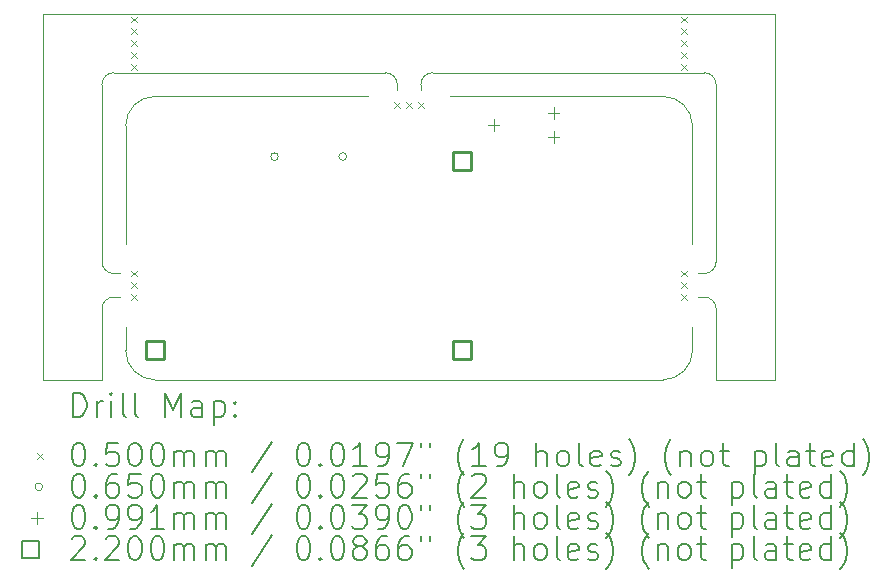
<source format=gbr>
%FSLAX45Y45*%
G04 Gerber Fmt 4.5, Leading zero omitted, Abs format (unit mm)*
G04 Created by KiCad (PCBNEW (6.0.4-0)) date 2022-04-22 14:06:36*
%MOMM*%
%LPD*%
G01*
G04 APERTURE LIST*
%TA.AperFunction,Profile*%
%ADD10C,0.050000*%
%TD*%
%ADD11C,0.200000*%
%ADD12C,0.050000*%
%ADD13C,0.065000*%
%ADD14C,0.099060*%
%ADD15C,0.220000*%
G04 APERTURE END LIST*
D10*
X18350000Y-14575000D02*
X20650000Y-14575000D01*
X20500000Y-14775000D02*
X18700000Y-14775000D01*
X18250000Y-16175000D02*
G75*
G03*
X18350000Y-16275000I100000J0D01*
G01*
X17750000Y-17175000D02*
X18250000Y-17175000D01*
X20750000Y-14725000D02*
X20750000Y-14675000D01*
X23250000Y-16025000D02*
X23250000Y-15025000D01*
X23000000Y-17175000D02*
G75*
G03*
X23250000Y-16925000I0J250000D01*
G01*
X18400000Y-16475000D02*
X18350000Y-16475000D01*
X18400000Y-16275000D02*
X18350000Y-16275000D01*
X23250000Y-16925000D02*
X23250000Y-16725000D01*
X18450000Y-16925000D02*
G75*
G03*
X18700000Y-17175000I250000J0D01*
G01*
X23000000Y-17175000D02*
X18700000Y-17175000D01*
X23950000Y-14075000D02*
X23950000Y-14775000D01*
X23300000Y-16275000D02*
X23350000Y-16275000D01*
X23350000Y-16275000D02*
G75*
G03*
X23450000Y-16175000I0J100000D01*
G01*
X23450000Y-16575000D02*
X23450000Y-17175000D01*
X21050000Y-14575000D02*
G75*
G03*
X20950000Y-14675000I0J-100000D01*
G01*
X23450000Y-14675000D02*
G75*
G03*
X23350000Y-14575000I-100000J0D01*
G01*
X17750000Y-14775000D02*
X17750000Y-14075000D01*
X18250000Y-16175000D02*
X18250000Y-14775000D01*
X18350000Y-14575000D02*
G75*
G03*
X18250000Y-14675000I0J-100000D01*
G01*
X23450000Y-14675000D02*
X23450000Y-16175000D01*
X21050000Y-14575000D02*
X23350000Y-14575000D01*
X23950000Y-17175000D02*
X23950000Y-14775000D01*
X23300000Y-16475000D02*
X23350000Y-16475000D01*
X18350000Y-16475000D02*
G75*
G03*
X18250000Y-16575000I0J-100000D01*
G01*
X18700000Y-14775000D02*
G75*
G03*
X18450000Y-15025000I0J-250000D01*
G01*
X20750000Y-14675000D02*
G75*
G03*
X20650000Y-14575000I-100000J0D01*
G01*
X18250000Y-14775000D02*
X18250000Y-14675000D01*
X23450000Y-17175000D02*
X23950000Y-17175000D01*
X21200000Y-14775000D02*
X23000000Y-14775000D01*
X20950000Y-14725000D02*
X20950000Y-14675000D01*
X17750000Y-14075000D02*
X23950000Y-14075000D01*
X18450000Y-15025000D02*
X18450000Y-16025000D01*
X23250000Y-15025000D02*
G75*
G03*
X23000000Y-14775000I-250000J0D01*
G01*
X17750000Y-14775000D02*
X17750000Y-17175000D01*
X18450000Y-16725000D02*
X18450000Y-16925000D01*
X23450000Y-16575000D02*
G75*
G03*
X23350000Y-16475000I-100000J0D01*
G01*
X18250000Y-17175000D02*
X18250000Y-16575000D01*
D11*
D12*
X18500000Y-14100000D02*
X18550000Y-14150000D01*
X18550000Y-14100000D02*
X18500000Y-14150000D01*
X18500000Y-14200000D02*
X18550000Y-14250000D01*
X18550000Y-14200000D02*
X18500000Y-14250000D01*
X18500000Y-14300000D02*
X18550000Y-14350000D01*
X18550000Y-14300000D02*
X18500000Y-14350000D01*
X18500000Y-14400000D02*
X18550000Y-14450000D01*
X18550000Y-14400000D02*
X18500000Y-14450000D01*
X18500000Y-14500000D02*
X18550000Y-14550000D01*
X18550000Y-14500000D02*
X18500000Y-14550000D01*
X18500000Y-16250000D02*
X18550000Y-16300000D01*
X18550000Y-16250000D02*
X18500000Y-16300000D01*
X18500000Y-16350000D02*
X18550000Y-16400000D01*
X18550000Y-16350000D02*
X18500000Y-16400000D01*
X18500000Y-16450000D02*
X18550000Y-16500000D01*
X18550000Y-16450000D02*
X18500000Y-16500000D01*
X20725000Y-14825000D02*
X20775000Y-14875000D01*
X20775000Y-14825000D02*
X20725000Y-14875000D01*
X20825000Y-14825000D02*
X20875000Y-14875000D01*
X20875000Y-14825000D02*
X20825000Y-14875000D01*
X20925000Y-14825000D02*
X20975000Y-14875000D01*
X20975000Y-14825000D02*
X20925000Y-14875000D01*
X23150000Y-14100000D02*
X23200000Y-14150000D01*
X23200000Y-14100000D02*
X23150000Y-14150000D01*
X23150000Y-14200000D02*
X23200000Y-14250000D01*
X23200000Y-14200000D02*
X23150000Y-14250000D01*
X23150000Y-14300000D02*
X23200000Y-14350000D01*
X23200000Y-14300000D02*
X23150000Y-14350000D01*
X23150000Y-14400000D02*
X23200000Y-14450000D01*
X23200000Y-14400000D02*
X23150000Y-14450000D01*
X23150000Y-14500000D02*
X23200000Y-14550000D01*
X23200000Y-14500000D02*
X23150000Y-14550000D01*
X23150000Y-16250000D02*
X23200000Y-16300000D01*
X23200000Y-16250000D02*
X23150000Y-16300000D01*
X23150000Y-16350000D02*
X23200000Y-16400000D01*
X23200000Y-16350000D02*
X23150000Y-16400000D01*
X23150000Y-16450000D02*
X23200000Y-16500000D01*
X23200000Y-16450000D02*
X23150000Y-16500000D01*
D13*
X19743500Y-15285000D02*
G75*
G03*
X19743500Y-15285000I-32500J0D01*
G01*
X20321500Y-15285000D02*
G75*
G03*
X20321500Y-15285000I-32500J0D01*
G01*
D14*
X21566000Y-14970470D02*
X21566000Y-15069530D01*
X21516470Y-15020000D02*
X21615530Y-15020000D01*
X22074000Y-14868870D02*
X22074000Y-14967930D01*
X22024470Y-14918400D02*
X22123530Y-14918400D01*
X22074000Y-15072070D02*
X22074000Y-15171130D01*
X22024470Y-15121600D02*
X22123530Y-15121600D01*
D15*
X18777783Y-17002783D02*
X18777783Y-16847218D01*
X18622218Y-16847218D01*
X18622218Y-17002783D01*
X18777783Y-17002783D01*
X21377783Y-15402782D02*
X21377783Y-15247217D01*
X21222218Y-15247217D01*
X21222218Y-15402782D01*
X21377783Y-15402782D01*
X21377783Y-17002783D02*
X21377783Y-16847218D01*
X21222218Y-16847218D01*
X21222218Y-17002783D01*
X21377783Y-17002783D01*
D11*
X18005119Y-17487976D02*
X18005119Y-17287976D01*
X18052738Y-17287976D01*
X18081310Y-17297500D01*
X18100357Y-17316548D01*
X18109881Y-17335595D01*
X18119405Y-17373690D01*
X18119405Y-17402262D01*
X18109881Y-17440357D01*
X18100357Y-17459405D01*
X18081310Y-17478452D01*
X18052738Y-17487976D01*
X18005119Y-17487976D01*
X18205119Y-17487976D02*
X18205119Y-17354643D01*
X18205119Y-17392738D02*
X18214643Y-17373690D01*
X18224167Y-17364167D01*
X18243214Y-17354643D01*
X18262262Y-17354643D01*
X18328929Y-17487976D02*
X18328929Y-17354643D01*
X18328929Y-17287976D02*
X18319405Y-17297500D01*
X18328929Y-17307024D01*
X18338452Y-17297500D01*
X18328929Y-17287976D01*
X18328929Y-17307024D01*
X18452738Y-17487976D02*
X18433690Y-17478452D01*
X18424167Y-17459405D01*
X18424167Y-17287976D01*
X18557500Y-17487976D02*
X18538452Y-17478452D01*
X18528929Y-17459405D01*
X18528929Y-17287976D01*
X18786071Y-17487976D02*
X18786071Y-17287976D01*
X18852738Y-17430833D01*
X18919405Y-17287976D01*
X18919405Y-17487976D01*
X19100357Y-17487976D02*
X19100357Y-17383214D01*
X19090833Y-17364167D01*
X19071786Y-17354643D01*
X19033690Y-17354643D01*
X19014643Y-17364167D01*
X19100357Y-17478452D02*
X19081310Y-17487976D01*
X19033690Y-17487976D01*
X19014643Y-17478452D01*
X19005119Y-17459405D01*
X19005119Y-17440357D01*
X19014643Y-17421310D01*
X19033690Y-17411786D01*
X19081310Y-17411786D01*
X19100357Y-17402262D01*
X19195595Y-17354643D02*
X19195595Y-17554643D01*
X19195595Y-17364167D02*
X19214643Y-17354643D01*
X19252738Y-17354643D01*
X19271786Y-17364167D01*
X19281310Y-17373690D01*
X19290833Y-17392738D01*
X19290833Y-17449881D01*
X19281310Y-17468929D01*
X19271786Y-17478452D01*
X19252738Y-17487976D01*
X19214643Y-17487976D01*
X19195595Y-17478452D01*
X19376548Y-17468929D02*
X19386071Y-17478452D01*
X19376548Y-17487976D01*
X19367024Y-17478452D01*
X19376548Y-17468929D01*
X19376548Y-17487976D01*
X19376548Y-17364167D02*
X19386071Y-17373690D01*
X19376548Y-17383214D01*
X19367024Y-17373690D01*
X19376548Y-17364167D01*
X19376548Y-17383214D01*
D12*
X17697500Y-17792500D02*
X17747500Y-17842500D01*
X17747500Y-17792500D02*
X17697500Y-17842500D01*
D11*
X18043214Y-17707976D02*
X18062262Y-17707976D01*
X18081310Y-17717500D01*
X18090833Y-17727024D01*
X18100357Y-17746071D01*
X18109881Y-17784167D01*
X18109881Y-17831786D01*
X18100357Y-17869881D01*
X18090833Y-17888929D01*
X18081310Y-17898452D01*
X18062262Y-17907976D01*
X18043214Y-17907976D01*
X18024167Y-17898452D01*
X18014643Y-17888929D01*
X18005119Y-17869881D01*
X17995595Y-17831786D01*
X17995595Y-17784167D01*
X18005119Y-17746071D01*
X18014643Y-17727024D01*
X18024167Y-17717500D01*
X18043214Y-17707976D01*
X18195595Y-17888929D02*
X18205119Y-17898452D01*
X18195595Y-17907976D01*
X18186071Y-17898452D01*
X18195595Y-17888929D01*
X18195595Y-17907976D01*
X18386071Y-17707976D02*
X18290833Y-17707976D01*
X18281310Y-17803214D01*
X18290833Y-17793690D01*
X18309881Y-17784167D01*
X18357500Y-17784167D01*
X18376548Y-17793690D01*
X18386071Y-17803214D01*
X18395595Y-17822262D01*
X18395595Y-17869881D01*
X18386071Y-17888929D01*
X18376548Y-17898452D01*
X18357500Y-17907976D01*
X18309881Y-17907976D01*
X18290833Y-17898452D01*
X18281310Y-17888929D01*
X18519405Y-17707976D02*
X18538452Y-17707976D01*
X18557500Y-17717500D01*
X18567024Y-17727024D01*
X18576548Y-17746071D01*
X18586071Y-17784167D01*
X18586071Y-17831786D01*
X18576548Y-17869881D01*
X18567024Y-17888929D01*
X18557500Y-17898452D01*
X18538452Y-17907976D01*
X18519405Y-17907976D01*
X18500357Y-17898452D01*
X18490833Y-17888929D01*
X18481310Y-17869881D01*
X18471786Y-17831786D01*
X18471786Y-17784167D01*
X18481310Y-17746071D01*
X18490833Y-17727024D01*
X18500357Y-17717500D01*
X18519405Y-17707976D01*
X18709881Y-17707976D02*
X18728929Y-17707976D01*
X18747976Y-17717500D01*
X18757500Y-17727024D01*
X18767024Y-17746071D01*
X18776548Y-17784167D01*
X18776548Y-17831786D01*
X18767024Y-17869881D01*
X18757500Y-17888929D01*
X18747976Y-17898452D01*
X18728929Y-17907976D01*
X18709881Y-17907976D01*
X18690833Y-17898452D01*
X18681310Y-17888929D01*
X18671786Y-17869881D01*
X18662262Y-17831786D01*
X18662262Y-17784167D01*
X18671786Y-17746071D01*
X18681310Y-17727024D01*
X18690833Y-17717500D01*
X18709881Y-17707976D01*
X18862262Y-17907976D02*
X18862262Y-17774643D01*
X18862262Y-17793690D02*
X18871786Y-17784167D01*
X18890833Y-17774643D01*
X18919405Y-17774643D01*
X18938452Y-17784167D01*
X18947976Y-17803214D01*
X18947976Y-17907976D01*
X18947976Y-17803214D02*
X18957500Y-17784167D01*
X18976548Y-17774643D01*
X19005119Y-17774643D01*
X19024167Y-17784167D01*
X19033690Y-17803214D01*
X19033690Y-17907976D01*
X19128929Y-17907976D02*
X19128929Y-17774643D01*
X19128929Y-17793690D02*
X19138452Y-17784167D01*
X19157500Y-17774643D01*
X19186071Y-17774643D01*
X19205119Y-17784167D01*
X19214643Y-17803214D01*
X19214643Y-17907976D01*
X19214643Y-17803214D02*
X19224167Y-17784167D01*
X19243214Y-17774643D01*
X19271786Y-17774643D01*
X19290833Y-17784167D01*
X19300357Y-17803214D01*
X19300357Y-17907976D01*
X19690833Y-17698452D02*
X19519405Y-17955595D01*
X19947976Y-17707976D02*
X19967024Y-17707976D01*
X19986071Y-17717500D01*
X19995595Y-17727024D01*
X20005119Y-17746071D01*
X20014643Y-17784167D01*
X20014643Y-17831786D01*
X20005119Y-17869881D01*
X19995595Y-17888929D01*
X19986071Y-17898452D01*
X19967024Y-17907976D01*
X19947976Y-17907976D01*
X19928929Y-17898452D01*
X19919405Y-17888929D01*
X19909881Y-17869881D01*
X19900357Y-17831786D01*
X19900357Y-17784167D01*
X19909881Y-17746071D01*
X19919405Y-17727024D01*
X19928929Y-17717500D01*
X19947976Y-17707976D01*
X20100357Y-17888929D02*
X20109881Y-17898452D01*
X20100357Y-17907976D01*
X20090833Y-17898452D01*
X20100357Y-17888929D01*
X20100357Y-17907976D01*
X20233690Y-17707976D02*
X20252738Y-17707976D01*
X20271786Y-17717500D01*
X20281310Y-17727024D01*
X20290833Y-17746071D01*
X20300357Y-17784167D01*
X20300357Y-17831786D01*
X20290833Y-17869881D01*
X20281310Y-17888929D01*
X20271786Y-17898452D01*
X20252738Y-17907976D01*
X20233690Y-17907976D01*
X20214643Y-17898452D01*
X20205119Y-17888929D01*
X20195595Y-17869881D01*
X20186071Y-17831786D01*
X20186071Y-17784167D01*
X20195595Y-17746071D01*
X20205119Y-17727024D01*
X20214643Y-17717500D01*
X20233690Y-17707976D01*
X20490833Y-17907976D02*
X20376548Y-17907976D01*
X20433690Y-17907976D02*
X20433690Y-17707976D01*
X20414643Y-17736548D01*
X20395595Y-17755595D01*
X20376548Y-17765119D01*
X20586071Y-17907976D02*
X20624167Y-17907976D01*
X20643214Y-17898452D01*
X20652738Y-17888929D01*
X20671786Y-17860357D01*
X20681310Y-17822262D01*
X20681310Y-17746071D01*
X20671786Y-17727024D01*
X20662262Y-17717500D01*
X20643214Y-17707976D01*
X20605119Y-17707976D01*
X20586071Y-17717500D01*
X20576548Y-17727024D01*
X20567024Y-17746071D01*
X20567024Y-17793690D01*
X20576548Y-17812738D01*
X20586071Y-17822262D01*
X20605119Y-17831786D01*
X20643214Y-17831786D01*
X20662262Y-17822262D01*
X20671786Y-17812738D01*
X20681310Y-17793690D01*
X20747976Y-17707976D02*
X20881310Y-17707976D01*
X20795595Y-17907976D01*
X20947976Y-17707976D02*
X20947976Y-17746071D01*
X21024167Y-17707976D02*
X21024167Y-17746071D01*
X21319405Y-17984167D02*
X21309881Y-17974643D01*
X21290833Y-17946071D01*
X21281310Y-17927024D01*
X21271786Y-17898452D01*
X21262262Y-17850833D01*
X21262262Y-17812738D01*
X21271786Y-17765119D01*
X21281310Y-17736548D01*
X21290833Y-17717500D01*
X21309881Y-17688929D01*
X21319405Y-17679405D01*
X21500357Y-17907976D02*
X21386071Y-17907976D01*
X21443214Y-17907976D02*
X21443214Y-17707976D01*
X21424167Y-17736548D01*
X21405119Y-17755595D01*
X21386071Y-17765119D01*
X21595595Y-17907976D02*
X21633690Y-17907976D01*
X21652738Y-17898452D01*
X21662262Y-17888929D01*
X21681310Y-17860357D01*
X21690833Y-17822262D01*
X21690833Y-17746071D01*
X21681310Y-17727024D01*
X21671786Y-17717500D01*
X21652738Y-17707976D01*
X21614643Y-17707976D01*
X21595595Y-17717500D01*
X21586071Y-17727024D01*
X21576548Y-17746071D01*
X21576548Y-17793690D01*
X21586071Y-17812738D01*
X21595595Y-17822262D01*
X21614643Y-17831786D01*
X21652738Y-17831786D01*
X21671786Y-17822262D01*
X21681310Y-17812738D01*
X21690833Y-17793690D01*
X21928929Y-17907976D02*
X21928929Y-17707976D01*
X22014643Y-17907976D02*
X22014643Y-17803214D01*
X22005119Y-17784167D01*
X21986071Y-17774643D01*
X21957500Y-17774643D01*
X21938452Y-17784167D01*
X21928929Y-17793690D01*
X22138452Y-17907976D02*
X22119405Y-17898452D01*
X22109881Y-17888929D01*
X22100357Y-17869881D01*
X22100357Y-17812738D01*
X22109881Y-17793690D01*
X22119405Y-17784167D01*
X22138452Y-17774643D01*
X22167024Y-17774643D01*
X22186071Y-17784167D01*
X22195595Y-17793690D01*
X22205119Y-17812738D01*
X22205119Y-17869881D01*
X22195595Y-17888929D01*
X22186071Y-17898452D01*
X22167024Y-17907976D01*
X22138452Y-17907976D01*
X22319405Y-17907976D02*
X22300357Y-17898452D01*
X22290833Y-17879405D01*
X22290833Y-17707976D01*
X22471786Y-17898452D02*
X22452738Y-17907976D01*
X22414643Y-17907976D01*
X22395595Y-17898452D01*
X22386071Y-17879405D01*
X22386071Y-17803214D01*
X22395595Y-17784167D01*
X22414643Y-17774643D01*
X22452738Y-17774643D01*
X22471786Y-17784167D01*
X22481309Y-17803214D01*
X22481309Y-17822262D01*
X22386071Y-17841310D01*
X22557500Y-17898452D02*
X22576548Y-17907976D01*
X22614643Y-17907976D01*
X22633690Y-17898452D01*
X22643214Y-17879405D01*
X22643214Y-17869881D01*
X22633690Y-17850833D01*
X22614643Y-17841310D01*
X22586071Y-17841310D01*
X22567024Y-17831786D01*
X22557500Y-17812738D01*
X22557500Y-17803214D01*
X22567024Y-17784167D01*
X22586071Y-17774643D01*
X22614643Y-17774643D01*
X22633690Y-17784167D01*
X22709881Y-17984167D02*
X22719405Y-17974643D01*
X22738452Y-17946071D01*
X22747976Y-17927024D01*
X22757500Y-17898452D01*
X22767024Y-17850833D01*
X22767024Y-17812738D01*
X22757500Y-17765119D01*
X22747976Y-17736548D01*
X22738452Y-17717500D01*
X22719405Y-17688929D01*
X22709881Y-17679405D01*
X23071786Y-17984167D02*
X23062262Y-17974643D01*
X23043214Y-17946071D01*
X23033690Y-17927024D01*
X23024167Y-17898452D01*
X23014643Y-17850833D01*
X23014643Y-17812738D01*
X23024167Y-17765119D01*
X23033690Y-17736548D01*
X23043214Y-17717500D01*
X23062262Y-17688929D01*
X23071786Y-17679405D01*
X23147976Y-17774643D02*
X23147976Y-17907976D01*
X23147976Y-17793690D02*
X23157500Y-17784167D01*
X23176548Y-17774643D01*
X23205119Y-17774643D01*
X23224167Y-17784167D01*
X23233690Y-17803214D01*
X23233690Y-17907976D01*
X23357500Y-17907976D02*
X23338452Y-17898452D01*
X23328928Y-17888929D01*
X23319405Y-17869881D01*
X23319405Y-17812738D01*
X23328928Y-17793690D01*
X23338452Y-17784167D01*
X23357500Y-17774643D01*
X23386071Y-17774643D01*
X23405119Y-17784167D01*
X23414643Y-17793690D01*
X23424167Y-17812738D01*
X23424167Y-17869881D01*
X23414643Y-17888929D01*
X23405119Y-17898452D01*
X23386071Y-17907976D01*
X23357500Y-17907976D01*
X23481309Y-17774643D02*
X23557500Y-17774643D01*
X23509881Y-17707976D02*
X23509881Y-17879405D01*
X23519405Y-17898452D01*
X23538452Y-17907976D01*
X23557500Y-17907976D01*
X23776548Y-17774643D02*
X23776548Y-17974643D01*
X23776548Y-17784167D02*
X23795595Y-17774643D01*
X23833690Y-17774643D01*
X23852738Y-17784167D01*
X23862262Y-17793690D01*
X23871786Y-17812738D01*
X23871786Y-17869881D01*
X23862262Y-17888929D01*
X23852738Y-17898452D01*
X23833690Y-17907976D01*
X23795595Y-17907976D01*
X23776548Y-17898452D01*
X23986071Y-17907976D02*
X23967024Y-17898452D01*
X23957500Y-17879405D01*
X23957500Y-17707976D01*
X24147976Y-17907976D02*
X24147976Y-17803214D01*
X24138452Y-17784167D01*
X24119405Y-17774643D01*
X24081309Y-17774643D01*
X24062262Y-17784167D01*
X24147976Y-17898452D02*
X24128928Y-17907976D01*
X24081309Y-17907976D01*
X24062262Y-17898452D01*
X24052738Y-17879405D01*
X24052738Y-17860357D01*
X24062262Y-17841310D01*
X24081309Y-17831786D01*
X24128928Y-17831786D01*
X24147976Y-17822262D01*
X24214643Y-17774643D02*
X24290833Y-17774643D01*
X24243214Y-17707976D02*
X24243214Y-17879405D01*
X24252738Y-17898452D01*
X24271786Y-17907976D01*
X24290833Y-17907976D01*
X24433690Y-17898452D02*
X24414643Y-17907976D01*
X24376548Y-17907976D01*
X24357500Y-17898452D01*
X24347976Y-17879405D01*
X24347976Y-17803214D01*
X24357500Y-17784167D01*
X24376548Y-17774643D01*
X24414643Y-17774643D01*
X24433690Y-17784167D01*
X24443214Y-17803214D01*
X24443214Y-17822262D01*
X24347976Y-17841310D01*
X24614643Y-17907976D02*
X24614643Y-17707976D01*
X24614643Y-17898452D02*
X24595595Y-17907976D01*
X24557500Y-17907976D01*
X24538452Y-17898452D01*
X24528928Y-17888929D01*
X24519405Y-17869881D01*
X24519405Y-17812738D01*
X24528928Y-17793690D01*
X24538452Y-17784167D01*
X24557500Y-17774643D01*
X24595595Y-17774643D01*
X24614643Y-17784167D01*
X24690833Y-17984167D02*
X24700357Y-17974643D01*
X24719405Y-17946071D01*
X24728928Y-17927024D01*
X24738452Y-17898452D01*
X24747976Y-17850833D01*
X24747976Y-17812738D01*
X24738452Y-17765119D01*
X24728928Y-17736548D01*
X24719405Y-17717500D01*
X24700357Y-17688929D01*
X24690833Y-17679405D01*
D13*
X17747500Y-18081500D02*
G75*
G03*
X17747500Y-18081500I-32500J0D01*
G01*
D11*
X18043214Y-17971976D02*
X18062262Y-17971976D01*
X18081310Y-17981500D01*
X18090833Y-17991024D01*
X18100357Y-18010071D01*
X18109881Y-18048167D01*
X18109881Y-18095786D01*
X18100357Y-18133881D01*
X18090833Y-18152929D01*
X18081310Y-18162452D01*
X18062262Y-18171976D01*
X18043214Y-18171976D01*
X18024167Y-18162452D01*
X18014643Y-18152929D01*
X18005119Y-18133881D01*
X17995595Y-18095786D01*
X17995595Y-18048167D01*
X18005119Y-18010071D01*
X18014643Y-17991024D01*
X18024167Y-17981500D01*
X18043214Y-17971976D01*
X18195595Y-18152929D02*
X18205119Y-18162452D01*
X18195595Y-18171976D01*
X18186071Y-18162452D01*
X18195595Y-18152929D01*
X18195595Y-18171976D01*
X18376548Y-17971976D02*
X18338452Y-17971976D01*
X18319405Y-17981500D01*
X18309881Y-17991024D01*
X18290833Y-18019595D01*
X18281310Y-18057690D01*
X18281310Y-18133881D01*
X18290833Y-18152929D01*
X18300357Y-18162452D01*
X18319405Y-18171976D01*
X18357500Y-18171976D01*
X18376548Y-18162452D01*
X18386071Y-18152929D01*
X18395595Y-18133881D01*
X18395595Y-18086262D01*
X18386071Y-18067214D01*
X18376548Y-18057690D01*
X18357500Y-18048167D01*
X18319405Y-18048167D01*
X18300357Y-18057690D01*
X18290833Y-18067214D01*
X18281310Y-18086262D01*
X18576548Y-17971976D02*
X18481310Y-17971976D01*
X18471786Y-18067214D01*
X18481310Y-18057690D01*
X18500357Y-18048167D01*
X18547976Y-18048167D01*
X18567024Y-18057690D01*
X18576548Y-18067214D01*
X18586071Y-18086262D01*
X18586071Y-18133881D01*
X18576548Y-18152929D01*
X18567024Y-18162452D01*
X18547976Y-18171976D01*
X18500357Y-18171976D01*
X18481310Y-18162452D01*
X18471786Y-18152929D01*
X18709881Y-17971976D02*
X18728929Y-17971976D01*
X18747976Y-17981500D01*
X18757500Y-17991024D01*
X18767024Y-18010071D01*
X18776548Y-18048167D01*
X18776548Y-18095786D01*
X18767024Y-18133881D01*
X18757500Y-18152929D01*
X18747976Y-18162452D01*
X18728929Y-18171976D01*
X18709881Y-18171976D01*
X18690833Y-18162452D01*
X18681310Y-18152929D01*
X18671786Y-18133881D01*
X18662262Y-18095786D01*
X18662262Y-18048167D01*
X18671786Y-18010071D01*
X18681310Y-17991024D01*
X18690833Y-17981500D01*
X18709881Y-17971976D01*
X18862262Y-18171976D02*
X18862262Y-18038643D01*
X18862262Y-18057690D02*
X18871786Y-18048167D01*
X18890833Y-18038643D01*
X18919405Y-18038643D01*
X18938452Y-18048167D01*
X18947976Y-18067214D01*
X18947976Y-18171976D01*
X18947976Y-18067214D02*
X18957500Y-18048167D01*
X18976548Y-18038643D01*
X19005119Y-18038643D01*
X19024167Y-18048167D01*
X19033690Y-18067214D01*
X19033690Y-18171976D01*
X19128929Y-18171976D02*
X19128929Y-18038643D01*
X19128929Y-18057690D02*
X19138452Y-18048167D01*
X19157500Y-18038643D01*
X19186071Y-18038643D01*
X19205119Y-18048167D01*
X19214643Y-18067214D01*
X19214643Y-18171976D01*
X19214643Y-18067214D02*
X19224167Y-18048167D01*
X19243214Y-18038643D01*
X19271786Y-18038643D01*
X19290833Y-18048167D01*
X19300357Y-18067214D01*
X19300357Y-18171976D01*
X19690833Y-17962452D02*
X19519405Y-18219595D01*
X19947976Y-17971976D02*
X19967024Y-17971976D01*
X19986071Y-17981500D01*
X19995595Y-17991024D01*
X20005119Y-18010071D01*
X20014643Y-18048167D01*
X20014643Y-18095786D01*
X20005119Y-18133881D01*
X19995595Y-18152929D01*
X19986071Y-18162452D01*
X19967024Y-18171976D01*
X19947976Y-18171976D01*
X19928929Y-18162452D01*
X19919405Y-18152929D01*
X19909881Y-18133881D01*
X19900357Y-18095786D01*
X19900357Y-18048167D01*
X19909881Y-18010071D01*
X19919405Y-17991024D01*
X19928929Y-17981500D01*
X19947976Y-17971976D01*
X20100357Y-18152929D02*
X20109881Y-18162452D01*
X20100357Y-18171976D01*
X20090833Y-18162452D01*
X20100357Y-18152929D01*
X20100357Y-18171976D01*
X20233690Y-17971976D02*
X20252738Y-17971976D01*
X20271786Y-17981500D01*
X20281310Y-17991024D01*
X20290833Y-18010071D01*
X20300357Y-18048167D01*
X20300357Y-18095786D01*
X20290833Y-18133881D01*
X20281310Y-18152929D01*
X20271786Y-18162452D01*
X20252738Y-18171976D01*
X20233690Y-18171976D01*
X20214643Y-18162452D01*
X20205119Y-18152929D01*
X20195595Y-18133881D01*
X20186071Y-18095786D01*
X20186071Y-18048167D01*
X20195595Y-18010071D01*
X20205119Y-17991024D01*
X20214643Y-17981500D01*
X20233690Y-17971976D01*
X20376548Y-17991024D02*
X20386071Y-17981500D01*
X20405119Y-17971976D01*
X20452738Y-17971976D01*
X20471786Y-17981500D01*
X20481310Y-17991024D01*
X20490833Y-18010071D01*
X20490833Y-18029119D01*
X20481310Y-18057690D01*
X20367024Y-18171976D01*
X20490833Y-18171976D01*
X20671786Y-17971976D02*
X20576548Y-17971976D01*
X20567024Y-18067214D01*
X20576548Y-18057690D01*
X20595595Y-18048167D01*
X20643214Y-18048167D01*
X20662262Y-18057690D01*
X20671786Y-18067214D01*
X20681310Y-18086262D01*
X20681310Y-18133881D01*
X20671786Y-18152929D01*
X20662262Y-18162452D01*
X20643214Y-18171976D01*
X20595595Y-18171976D01*
X20576548Y-18162452D01*
X20567024Y-18152929D01*
X20852738Y-17971976D02*
X20814643Y-17971976D01*
X20795595Y-17981500D01*
X20786071Y-17991024D01*
X20767024Y-18019595D01*
X20757500Y-18057690D01*
X20757500Y-18133881D01*
X20767024Y-18152929D01*
X20776548Y-18162452D01*
X20795595Y-18171976D01*
X20833690Y-18171976D01*
X20852738Y-18162452D01*
X20862262Y-18152929D01*
X20871786Y-18133881D01*
X20871786Y-18086262D01*
X20862262Y-18067214D01*
X20852738Y-18057690D01*
X20833690Y-18048167D01*
X20795595Y-18048167D01*
X20776548Y-18057690D01*
X20767024Y-18067214D01*
X20757500Y-18086262D01*
X20947976Y-17971976D02*
X20947976Y-18010071D01*
X21024167Y-17971976D02*
X21024167Y-18010071D01*
X21319405Y-18248167D02*
X21309881Y-18238643D01*
X21290833Y-18210071D01*
X21281310Y-18191024D01*
X21271786Y-18162452D01*
X21262262Y-18114833D01*
X21262262Y-18076738D01*
X21271786Y-18029119D01*
X21281310Y-18000548D01*
X21290833Y-17981500D01*
X21309881Y-17952929D01*
X21319405Y-17943405D01*
X21386071Y-17991024D02*
X21395595Y-17981500D01*
X21414643Y-17971976D01*
X21462262Y-17971976D01*
X21481310Y-17981500D01*
X21490833Y-17991024D01*
X21500357Y-18010071D01*
X21500357Y-18029119D01*
X21490833Y-18057690D01*
X21376548Y-18171976D01*
X21500357Y-18171976D01*
X21738452Y-18171976D02*
X21738452Y-17971976D01*
X21824167Y-18171976D02*
X21824167Y-18067214D01*
X21814643Y-18048167D01*
X21795595Y-18038643D01*
X21767024Y-18038643D01*
X21747976Y-18048167D01*
X21738452Y-18057690D01*
X21947976Y-18171976D02*
X21928929Y-18162452D01*
X21919405Y-18152929D01*
X21909881Y-18133881D01*
X21909881Y-18076738D01*
X21919405Y-18057690D01*
X21928929Y-18048167D01*
X21947976Y-18038643D01*
X21976548Y-18038643D01*
X21995595Y-18048167D01*
X22005119Y-18057690D01*
X22014643Y-18076738D01*
X22014643Y-18133881D01*
X22005119Y-18152929D01*
X21995595Y-18162452D01*
X21976548Y-18171976D01*
X21947976Y-18171976D01*
X22128929Y-18171976D02*
X22109881Y-18162452D01*
X22100357Y-18143405D01*
X22100357Y-17971976D01*
X22281310Y-18162452D02*
X22262262Y-18171976D01*
X22224167Y-18171976D01*
X22205119Y-18162452D01*
X22195595Y-18143405D01*
X22195595Y-18067214D01*
X22205119Y-18048167D01*
X22224167Y-18038643D01*
X22262262Y-18038643D01*
X22281310Y-18048167D01*
X22290833Y-18067214D01*
X22290833Y-18086262D01*
X22195595Y-18105310D01*
X22367024Y-18162452D02*
X22386071Y-18171976D01*
X22424167Y-18171976D01*
X22443214Y-18162452D01*
X22452738Y-18143405D01*
X22452738Y-18133881D01*
X22443214Y-18114833D01*
X22424167Y-18105310D01*
X22395595Y-18105310D01*
X22376548Y-18095786D01*
X22367024Y-18076738D01*
X22367024Y-18067214D01*
X22376548Y-18048167D01*
X22395595Y-18038643D01*
X22424167Y-18038643D01*
X22443214Y-18048167D01*
X22519405Y-18248167D02*
X22528928Y-18238643D01*
X22547976Y-18210071D01*
X22557500Y-18191024D01*
X22567024Y-18162452D01*
X22576548Y-18114833D01*
X22576548Y-18076738D01*
X22567024Y-18029119D01*
X22557500Y-18000548D01*
X22547976Y-17981500D01*
X22528928Y-17952929D01*
X22519405Y-17943405D01*
X22881309Y-18248167D02*
X22871786Y-18238643D01*
X22852738Y-18210071D01*
X22843214Y-18191024D01*
X22833690Y-18162452D01*
X22824167Y-18114833D01*
X22824167Y-18076738D01*
X22833690Y-18029119D01*
X22843214Y-18000548D01*
X22852738Y-17981500D01*
X22871786Y-17952929D01*
X22881309Y-17943405D01*
X22957500Y-18038643D02*
X22957500Y-18171976D01*
X22957500Y-18057690D02*
X22967024Y-18048167D01*
X22986071Y-18038643D01*
X23014643Y-18038643D01*
X23033690Y-18048167D01*
X23043214Y-18067214D01*
X23043214Y-18171976D01*
X23167024Y-18171976D02*
X23147976Y-18162452D01*
X23138452Y-18152929D01*
X23128928Y-18133881D01*
X23128928Y-18076738D01*
X23138452Y-18057690D01*
X23147976Y-18048167D01*
X23167024Y-18038643D01*
X23195595Y-18038643D01*
X23214643Y-18048167D01*
X23224167Y-18057690D01*
X23233690Y-18076738D01*
X23233690Y-18133881D01*
X23224167Y-18152929D01*
X23214643Y-18162452D01*
X23195595Y-18171976D01*
X23167024Y-18171976D01*
X23290833Y-18038643D02*
X23367024Y-18038643D01*
X23319405Y-17971976D02*
X23319405Y-18143405D01*
X23328928Y-18162452D01*
X23347976Y-18171976D01*
X23367024Y-18171976D01*
X23586071Y-18038643D02*
X23586071Y-18238643D01*
X23586071Y-18048167D02*
X23605119Y-18038643D01*
X23643214Y-18038643D01*
X23662262Y-18048167D01*
X23671786Y-18057690D01*
X23681309Y-18076738D01*
X23681309Y-18133881D01*
X23671786Y-18152929D01*
X23662262Y-18162452D01*
X23643214Y-18171976D01*
X23605119Y-18171976D01*
X23586071Y-18162452D01*
X23795595Y-18171976D02*
X23776548Y-18162452D01*
X23767024Y-18143405D01*
X23767024Y-17971976D01*
X23957500Y-18171976D02*
X23957500Y-18067214D01*
X23947976Y-18048167D01*
X23928928Y-18038643D01*
X23890833Y-18038643D01*
X23871786Y-18048167D01*
X23957500Y-18162452D02*
X23938452Y-18171976D01*
X23890833Y-18171976D01*
X23871786Y-18162452D01*
X23862262Y-18143405D01*
X23862262Y-18124357D01*
X23871786Y-18105310D01*
X23890833Y-18095786D01*
X23938452Y-18095786D01*
X23957500Y-18086262D01*
X24024167Y-18038643D02*
X24100357Y-18038643D01*
X24052738Y-17971976D02*
X24052738Y-18143405D01*
X24062262Y-18162452D01*
X24081309Y-18171976D01*
X24100357Y-18171976D01*
X24243214Y-18162452D02*
X24224167Y-18171976D01*
X24186071Y-18171976D01*
X24167024Y-18162452D01*
X24157500Y-18143405D01*
X24157500Y-18067214D01*
X24167024Y-18048167D01*
X24186071Y-18038643D01*
X24224167Y-18038643D01*
X24243214Y-18048167D01*
X24252738Y-18067214D01*
X24252738Y-18086262D01*
X24157500Y-18105310D01*
X24424167Y-18171976D02*
X24424167Y-17971976D01*
X24424167Y-18162452D02*
X24405119Y-18171976D01*
X24367024Y-18171976D01*
X24347976Y-18162452D01*
X24338452Y-18152929D01*
X24328928Y-18133881D01*
X24328928Y-18076738D01*
X24338452Y-18057690D01*
X24347976Y-18048167D01*
X24367024Y-18038643D01*
X24405119Y-18038643D01*
X24424167Y-18048167D01*
X24500357Y-18248167D02*
X24509881Y-18238643D01*
X24528928Y-18210071D01*
X24538452Y-18191024D01*
X24547976Y-18162452D01*
X24557500Y-18114833D01*
X24557500Y-18076738D01*
X24547976Y-18029119D01*
X24538452Y-18000548D01*
X24528928Y-17981500D01*
X24509881Y-17952929D01*
X24500357Y-17943405D01*
D14*
X17697970Y-18295970D02*
X17697970Y-18395030D01*
X17648440Y-18345500D02*
X17747500Y-18345500D01*
D11*
X18043214Y-18235976D02*
X18062262Y-18235976D01*
X18081310Y-18245500D01*
X18090833Y-18255024D01*
X18100357Y-18274071D01*
X18109881Y-18312167D01*
X18109881Y-18359786D01*
X18100357Y-18397881D01*
X18090833Y-18416929D01*
X18081310Y-18426452D01*
X18062262Y-18435976D01*
X18043214Y-18435976D01*
X18024167Y-18426452D01*
X18014643Y-18416929D01*
X18005119Y-18397881D01*
X17995595Y-18359786D01*
X17995595Y-18312167D01*
X18005119Y-18274071D01*
X18014643Y-18255024D01*
X18024167Y-18245500D01*
X18043214Y-18235976D01*
X18195595Y-18416929D02*
X18205119Y-18426452D01*
X18195595Y-18435976D01*
X18186071Y-18426452D01*
X18195595Y-18416929D01*
X18195595Y-18435976D01*
X18300357Y-18435976D02*
X18338452Y-18435976D01*
X18357500Y-18426452D01*
X18367024Y-18416929D01*
X18386071Y-18388357D01*
X18395595Y-18350262D01*
X18395595Y-18274071D01*
X18386071Y-18255024D01*
X18376548Y-18245500D01*
X18357500Y-18235976D01*
X18319405Y-18235976D01*
X18300357Y-18245500D01*
X18290833Y-18255024D01*
X18281310Y-18274071D01*
X18281310Y-18321690D01*
X18290833Y-18340738D01*
X18300357Y-18350262D01*
X18319405Y-18359786D01*
X18357500Y-18359786D01*
X18376548Y-18350262D01*
X18386071Y-18340738D01*
X18395595Y-18321690D01*
X18490833Y-18435976D02*
X18528929Y-18435976D01*
X18547976Y-18426452D01*
X18557500Y-18416929D01*
X18576548Y-18388357D01*
X18586071Y-18350262D01*
X18586071Y-18274071D01*
X18576548Y-18255024D01*
X18567024Y-18245500D01*
X18547976Y-18235976D01*
X18509881Y-18235976D01*
X18490833Y-18245500D01*
X18481310Y-18255024D01*
X18471786Y-18274071D01*
X18471786Y-18321690D01*
X18481310Y-18340738D01*
X18490833Y-18350262D01*
X18509881Y-18359786D01*
X18547976Y-18359786D01*
X18567024Y-18350262D01*
X18576548Y-18340738D01*
X18586071Y-18321690D01*
X18776548Y-18435976D02*
X18662262Y-18435976D01*
X18719405Y-18435976D02*
X18719405Y-18235976D01*
X18700357Y-18264548D01*
X18681310Y-18283595D01*
X18662262Y-18293119D01*
X18862262Y-18435976D02*
X18862262Y-18302643D01*
X18862262Y-18321690D02*
X18871786Y-18312167D01*
X18890833Y-18302643D01*
X18919405Y-18302643D01*
X18938452Y-18312167D01*
X18947976Y-18331214D01*
X18947976Y-18435976D01*
X18947976Y-18331214D02*
X18957500Y-18312167D01*
X18976548Y-18302643D01*
X19005119Y-18302643D01*
X19024167Y-18312167D01*
X19033690Y-18331214D01*
X19033690Y-18435976D01*
X19128929Y-18435976D02*
X19128929Y-18302643D01*
X19128929Y-18321690D02*
X19138452Y-18312167D01*
X19157500Y-18302643D01*
X19186071Y-18302643D01*
X19205119Y-18312167D01*
X19214643Y-18331214D01*
X19214643Y-18435976D01*
X19214643Y-18331214D02*
X19224167Y-18312167D01*
X19243214Y-18302643D01*
X19271786Y-18302643D01*
X19290833Y-18312167D01*
X19300357Y-18331214D01*
X19300357Y-18435976D01*
X19690833Y-18226452D02*
X19519405Y-18483595D01*
X19947976Y-18235976D02*
X19967024Y-18235976D01*
X19986071Y-18245500D01*
X19995595Y-18255024D01*
X20005119Y-18274071D01*
X20014643Y-18312167D01*
X20014643Y-18359786D01*
X20005119Y-18397881D01*
X19995595Y-18416929D01*
X19986071Y-18426452D01*
X19967024Y-18435976D01*
X19947976Y-18435976D01*
X19928929Y-18426452D01*
X19919405Y-18416929D01*
X19909881Y-18397881D01*
X19900357Y-18359786D01*
X19900357Y-18312167D01*
X19909881Y-18274071D01*
X19919405Y-18255024D01*
X19928929Y-18245500D01*
X19947976Y-18235976D01*
X20100357Y-18416929D02*
X20109881Y-18426452D01*
X20100357Y-18435976D01*
X20090833Y-18426452D01*
X20100357Y-18416929D01*
X20100357Y-18435976D01*
X20233690Y-18235976D02*
X20252738Y-18235976D01*
X20271786Y-18245500D01*
X20281310Y-18255024D01*
X20290833Y-18274071D01*
X20300357Y-18312167D01*
X20300357Y-18359786D01*
X20290833Y-18397881D01*
X20281310Y-18416929D01*
X20271786Y-18426452D01*
X20252738Y-18435976D01*
X20233690Y-18435976D01*
X20214643Y-18426452D01*
X20205119Y-18416929D01*
X20195595Y-18397881D01*
X20186071Y-18359786D01*
X20186071Y-18312167D01*
X20195595Y-18274071D01*
X20205119Y-18255024D01*
X20214643Y-18245500D01*
X20233690Y-18235976D01*
X20367024Y-18235976D02*
X20490833Y-18235976D01*
X20424167Y-18312167D01*
X20452738Y-18312167D01*
X20471786Y-18321690D01*
X20481310Y-18331214D01*
X20490833Y-18350262D01*
X20490833Y-18397881D01*
X20481310Y-18416929D01*
X20471786Y-18426452D01*
X20452738Y-18435976D01*
X20395595Y-18435976D01*
X20376548Y-18426452D01*
X20367024Y-18416929D01*
X20586071Y-18435976D02*
X20624167Y-18435976D01*
X20643214Y-18426452D01*
X20652738Y-18416929D01*
X20671786Y-18388357D01*
X20681310Y-18350262D01*
X20681310Y-18274071D01*
X20671786Y-18255024D01*
X20662262Y-18245500D01*
X20643214Y-18235976D01*
X20605119Y-18235976D01*
X20586071Y-18245500D01*
X20576548Y-18255024D01*
X20567024Y-18274071D01*
X20567024Y-18321690D01*
X20576548Y-18340738D01*
X20586071Y-18350262D01*
X20605119Y-18359786D01*
X20643214Y-18359786D01*
X20662262Y-18350262D01*
X20671786Y-18340738D01*
X20681310Y-18321690D01*
X20805119Y-18235976D02*
X20824167Y-18235976D01*
X20843214Y-18245500D01*
X20852738Y-18255024D01*
X20862262Y-18274071D01*
X20871786Y-18312167D01*
X20871786Y-18359786D01*
X20862262Y-18397881D01*
X20852738Y-18416929D01*
X20843214Y-18426452D01*
X20824167Y-18435976D01*
X20805119Y-18435976D01*
X20786071Y-18426452D01*
X20776548Y-18416929D01*
X20767024Y-18397881D01*
X20757500Y-18359786D01*
X20757500Y-18312167D01*
X20767024Y-18274071D01*
X20776548Y-18255024D01*
X20786071Y-18245500D01*
X20805119Y-18235976D01*
X20947976Y-18235976D02*
X20947976Y-18274071D01*
X21024167Y-18235976D02*
X21024167Y-18274071D01*
X21319405Y-18512167D02*
X21309881Y-18502643D01*
X21290833Y-18474071D01*
X21281310Y-18455024D01*
X21271786Y-18426452D01*
X21262262Y-18378833D01*
X21262262Y-18340738D01*
X21271786Y-18293119D01*
X21281310Y-18264548D01*
X21290833Y-18245500D01*
X21309881Y-18216929D01*
X21319405Y-18207405D01*
X21376548Y-18235976D02*
X21500357Y-18235976D01*
X21433690Y-18312167D01*
X21462262Y-18312167D01*
X21481310Y-18321690D01*
X21490833Y-18331214D01*
X21500357Y-18350262D01*
X21500357Y-18397881D01*
X21490833Y-18416929D01*
X21481310Y-18426452D01*
X21462262Y-18435976D01*
X21405119Y-18435976D01*
X21386071Y-18426452D01*
X21376548Y-18416929D01*
X21738452Y-18435976D02*
X21738452Y-18235976D01*
X21824167Y-18435976D02*
X21824167Y-18331214D01*
X21814643Y-18312167D01*
X21795595Y-18302643D01*
X21767024Y-18302643D01*
X21747976Y-18312167D01*
X21738452Y-18321690D01*
X21947976Y-18435976D02*
X21928929Y-18426452D01*
X21919405Y-18416929D01*
X21909881Y-18397881D01*
X21909881Y-18340738D01*
X21919405Y-18321690D01*
X21928929Y-18312167D01*
X21947976Y-18302643D01*
X21976548Y-18302643D01*
X21995595Y-18312167D01*
X22005119Y-18321690D01*
X22014643Y-18340738D01*
X22014643Y-18397881D01*
X22005119Y-18416929D01*
X21995595Y-18426452D01*
X21976548Y-18435976D01*
X21947976Y-18435976D01*
X22128929Y-18435976D02*
X22109881Y-18426452D01*
X22100357Y-18407405D01*
X22100357Y-18235976D01*
X22281310Y-18426452D02*
X22262262Y-18435976D01*
X22224167Y-18435976D01*
X22205119Y-18426452D01*
X22195595Y-18407405D01*
X22195595Y-18331214D01*
X22205119Y-18312167D01*
X22224167Y-18302643D01*
X22262262Y-18302643D01*
X22281310Y-18312167D01*
X22290833Y-18331214D01*
X22290833Y-18350262D01*
X22195595Y-18369310D01*
X22367024Y-18426452D02*
X22386071Y-18435976D01*
X22424167Y-18435976D01*
X22443214Y-18426452D01*
X22452738Y-18407405D01*
X22452738Y-18397881D01*
X22443214Y-18378833D01*
X22424167Y-18369310D01*
X22395595Y-18369310D01*
X22376548Y-18359786D01*
X22367024Y-18340738D01*
X22367024Y-18331214D01*
X22376548Y-18312167D01*
X22395595Y-18302643D01*
X22424167Y-18302643D01*
X22443214Y-18312167D01*
X22519405Y-18512167D02*
X22528928Y-18502643D01*
X22547976Y-18474071D01*
X22557500Y-18455024D01*
X22567024Y-18426452D01*
X22576548Y-18378833D01*
X22576548Y-18340738D01*
X22567024Y-18293119D01*
X22557500Y-18264548D01*
X22547976Y-18245500D01*
X22528928Y-18216929D01*
X22519405Y-18207405D01*
X22881309Y-18512167D02*
X22871786Y-18502643D01*
X22852738Y-18474071D01*
X22843214Y-18455024D01*
X22833690Y-18426452D01*
X22824167Y-18378833D01*
X22824167Y-18340738D01*
X22833690Y-18293119D01*
X22843214Y-18264548D01*
X22852738Y-18245500D01*
X22871786Y-18216929D01*
X22881309Y-18207405D01*
X22957500Y-18302643D02*
X22957500Y-18435976D01*
X22957500Y-18321690D02*
X22967024Y-18312167D01*
X22986071Y-18302643D01*
X23014643Y-18302643D01*
X23033690Y-18312167D01*
X23043214Y-18331214D01*
X23043214Y-18435976D01*
X23167024Y-18435976D02*
X23147976Y-18426452D01*
X23138452Y-18416929D01*
X23128928Y-18397881D01*
X23128928Y-18340738D01*
X23138452Y-18321690D01*
X23147976Y-18312167D01*
X23167024Y-18302643D01*
X23195595Y-18302643D01*
X23214643Y-18312167D01*
X23224167Y-18321690D01*
X23233690Y-18340738D01*
X23233690Y-18397881D01*
X23224167Y-18416929D01*
X23214643Y-18426452D01*
X23195595Y-18435976D01*
X23167024Y-18435976D01*
X23290833Y-18302643D02*
X23367024Y-18302643D01*
X23319405Y-18235976D02*
X23319405Y-18407405D01*
X23328928Y-18426452D01*
X23347976Y-18435976D01*
X23367024Y-18435976D01*
X23586071Y-18302643D02*
X23586071Y-18502643D01*
X23586071Y-18312167D02*
X23605119Y-18302643D01*
X23643214Y-18302643D01*
X23662262Y-18312167D01*
X23671786Y-18321690D01*
X23681309Y-18340738D01*
X23681309Y-18397881D01*
X23671786Y-18416929D01*
X23662262Y-18426452D01*
X23643214Y-18435976D01*
X23605119Y-18435976D01*
X23586071Y-18426452D01*
X23795595Y-18435976D02*
X23776548Y-18426452D01*
X23767024Y-18407405D01*
X23767024Y-18235976D01*
X23957500Y-18435976D02*
X23957500Y-18331214D01*
X23947976Y-18312167D01*
X23928928Y-18302643D01*
X23890833Y-18302643D01*
X23871786Y-18312167D01*
X23957500Y-18426452D02*
X23938452Y-18435976D01*
X23890833Y-18435976D01*
X23871786Y-18426452D01*
X23862262Y-18407405D01*
X23862262Y-18388357D01*
X23871786Y-18369310D01*
X23890833Y-18359786D01*
X23938452Y-18359786D01*
X23957500Y-18350262D01*
X24024167Y-18302643D02*
X24100357Y-18302643D01*
X24052738Y-18235976D02*
X24052738Y-18407405D01*
X24062262Y-18426452D01*
X24081309Y-18435976D01*
X24100357Y-18435976D01*
X24243214Y-18426452D02*
X24224167Y-18435976D01*
X24186071Y-18435976D01*
X24167024Y-18426452D01*
X24157500Y-18407405D01*
X24157500Y-18331214D01*
X24167024Y-18312167D01*
X24186071Y-18302643D01*
X24224167Y-18302643D01*
X24243214Y-18312167D01*
X24252738Y-18331214D01*
X24252738Y-18350262D01*
X24157500Y-18369310D01*
X24424167Y-18435976D02*
X24424167Y-18235976D01*
X24424167Y-18426452D02*
X24405119Y-18435976D01*
X24367024Y-18435976D01*
X24347976Y-18426452D01*
X24338452Y-18416929D01*
X24328928Y-18397881D01*
X24328928Y-18340738D01*
X24338452Y-18321690D01*
X24347976Y-18312167D01*
X24367024Y-18302643D01*
X24405119Y-18302643D01*
X24424167Y-18312167D01*
X24500357Y-18512167D02*
X24509881Y-18502643D01*
X24528928Y-18474071D01*
X24538452Y-18455024D01*
X24547976Y-18426452D01*
X24557500Y-18378833D01*
X24557500Y-18340738D01*
X24547976Y-18293119D01*
X24538452Y-18264548D01*
X24528928Y-18245500D01*
X24509881Y-18216929D01*
X24500357Y-18207405D01*
X17718211Y-18680211D02*
X17718211Y-18538789D01*
X17576789Y-18538789D01*
X17576789Y-18680211D01*
X17718211Y-18680211D01*
X17995595Y-18519024D02*
X18005119Y-18509500D01*
X18024167Y-18499976D01*
X18071786Y-18499976D01*
X18090833Y-18509500D01*
X18100357Y-18519024D01*
X18109881Y-18538071D01*
X18109881Y-18557119D01*
X18100357Y-18585690D01*
X17986071Y-18699976D01*
X18109881Y-18699976D01*
X18195595Y-18680929D02*
X18205119Y-18690452D01*
X18195595Y-18699976D01*
X18186071Y-18690452D01*
X18195595Y-18680929D01*
X18195595Y-18699976D01*
X18281310Y-18519024D02*
X18290833Y-18509500D01*
X18309881Y-18499976D01*
X18357500Y-18499976D01*
X18376548Y-18509500D01*
X18386071Y-18519024D01*
X18395595Y-18538071D01*
X18395595Y-18557119D01*
X18386071Y-18585690D01*
X18271786Y-18699976D01*
X18395595Y-18699976D01*
X18519405Y-18499976D02*
X18538452Y-18499976D01*
X18557500Y-18509500D01*
X18567024Y-18519024D01*
X18576548Y-18538071D01*
X18586071Y-18576167D01*
X18586071Y-18623786D01*
X18576548Y-18661881D01*
X18567024Y-18680929D01*
X18557500Y-18690452D01*
X18538452Y-18699976D01*
X18519405Y-18699976D01*
X18500357Y-18690452D01*
X18490833Y-18680929D01*
X18481310Y-18661881D01*
X18471786Y-18623786D01*
X18471786Y-18576167D01*
X18481310Y-18538071D01*
X18490833Y-18519024D01*
X18500357Y-18509500D01*
X18519405Y-18499976D01*
X18709881Y-18499976D02*
X18728929Y-18499976D01*
X18747976Y-18509500D01*
X18757500Y-18519024D01*
X18767024Y-18538071D01*
X18776548Y-18576167D01*
X18776548Y-18623786D01*
X18767024Y-18661881D01*
X18757500Y-18680929D01*
X18747976Y-18690452D01*
X18728929Y-18699976D01*
X18709881Y-18699976D01*
X18690833Y-18690452D01*
X18681310Y-18680929D01*
X18671786Y-18661881D01*
X18662262Y-18623786D01*
X18662262Y-18576167D01*
X18671786Y-18538071D01*
X18681310Y-18519024D01*
X18690833Y-18509500D01*
X18709881Y-18499976D01*
X18862262Y-18699976D02*
X18862262Y-18566643D01*
X18862262Y-18585690D02*
X18871786Y-18576167D01*
X18890833Y-18566643D01*
X18919405Y-18566643D01*
X18938452Y-18576167D01*
X18947976Y-18595214D01*
X18947976Y-18699976D01*
X18947976Y-18595214D02*
X18957500Y-18576167D01*
X18976548Y-18566643D01*
X19005119Y-18566643D01*
X19024167Y-18576167D01*
X19033690Y-18595214D01*
X19033690Y-18699976D01*
X19128929Y-18699976D02*
X19128929Y-18566643D01*
X19128929Y-18585690D02*
X19138452Y-18576167D01*
X19157500Y-18566643D01*
X19186071Y-18566643D01*
X19205119Y-18576167D01*
X19214643Y-18595214D01*
X19214643Y-18699976D01*
X19214643Y-18595214D02*
X19224167Y-18576167D01*
X19243214Y-18566643D01*
X19271786Y-18566643D01*
X19290833Y-18576167D01*
X19300357Y-18595214D01*
X19300357Y-18699976D01*
X19690833Y-18490452D02*
X19519405Y-18747595D01*
X19947976Y-18499976D02*
X19967024Y-18499976D01*
X19986071Y-18509500D01*
X19995595Y-18519024D01*
X20005119Y-18538071D01*
X20014643Y-18576167D01*
X20014643Y-18623786D01*
X20005119Y-18661881D01*
X19995595Y-18680929D01*
X19986071Y-18690452D01*
X19967024Y-18699976D01*
X19947976Y-18699976D01*
X19928929Y-18690452D01*
X19919405Y-18680929D01*
X19909881Y-18661881D01*
X19900357Y-18623786D01*
X19900357Y-18576167D01*
X19909881Y-18538071D01*
X19919405Y-18519024D01*
X19928929Y-18509500D01*
X19947976Y-18499976D01*
X20100357Y-18680929D02*
X20109881Y-18690452D01*
X20100357Y-18699976D01*
X20090833Y-18690452D01*
X20100357Y-18680929D01*
X20100357Y-18699976D01*
X20233690Y-18499976D02*
X20252738Y-18499976D01*
X20271786Y-18509500D01*
X20281310Y-18519024D01*
X20290833Y-18538071D01*
X20300357Y-18576167D01*
X20300357Y-18623786D01*
X20290833Y-18661881D01*
X20281310Y-18680929D01*
X20271786Y-18690452D01*
X20252738Y-18699976D01*
X20233690Y-18699976D01*
X20214643Y-18690452D01*
X20205119Y-18680929D01*
X20195595Y-18661881D01*
X20186071Y-18623786D01*
X20186071Y-18576167D01*
X20195595Y-18538071D01*
X20205119Y-18519024D01*
X20214643Y-18509500D01*
X20233690Y-18499976D01*
X20414643Y-18585690D02*
X20395595Y-18576167D01*
X20386071Y-18566643D01*
X20376548Y-18547595D01*
X20376548Y-18538071D01*
X20386071Y-18519024D01*
X20395595Y-18509500D01*
X20414643Y-18499976D01*
X20452738Y-18499976D01*
X20471786Y-18509500D01*
X20481310Y-18519024D01*
X20490833Y-18538071D01*
X20490833Y-18547595D01*
X20481310Y-18566643D01*
X20471786Y-18576167D01*
X20452738Y-18585690D01*
X20414643Y-18585690D01*
X20395595Y-18595214D01*
X20386071Y-18604738D01*
X20376548Y-18623786D01*
X20376548Y-18661881D01*
X20386071Y-18680929D01*
X20395595Y-18690452D01*
X20414643Y-18699976D01*
X20452738Y-18699976D01*
X20471786Y-18690452D01*
X20481310Y-18680929D01*
X20490833Y-18661881D01*
X20490833Y-18623786D01*
X20481310Y-18604738D01*
X20471786Y-18595214D01*
X20452738Y-18585690D01*
X20662262Y-18499976D02*
X20624167Y-18499976D01*
X20605119Y-18509500D01*
X20595595Y-18519024D01*
X20576548Y-18547595D01*
X20567024Y-18585690D01*
X20567024Y-18661881D01*
X20576548Y-18680929D01*
X20586071Y-18690452D01*
X20605119Y-18699976D01*
X20643214Y-18699976D01*
X20662262Y-18690452D01*
X20671786Y-18680929D01*
X20681310Y-18661881D01*
X20681310Y-18614262D01*
X20671786Y-18595214D01*
X20662262Y-18585690D01*
X20643214Y-18576167D01*
X20605119Y-18576167D01*
X20586071Y-18585690D01*
X20576548Y-18595214D01*
X20567024Y-18614262D01*
X20852738Y-18499976D02*
X20814643Y-18499976D01*
X20795595Y-18509500D01*
X20786071Y-18519024D01*
X20767024Y-18547595D01*
X20757500Y-18585690D01*
X20757500Y-18661881D01*
X20767024Y-18680929D01*
X20776548Y-18690452D01*
X20795595Y-18699976D01*
X20833690Y-18699976D01*
X20852738Y-18690452D01*
X20862262Y-18680929D01*
X20871786Y-18661881D01*
X20871786Y-18614262D01*
X20862262Y-18595214D01*
X20852738Y-18585690D01*
X20833690Y-18576167D01*
X20795595Y-18576167D01*
X20776548Y-18585690D01*
X20767024Y-18595214D01*
X20757500Y-18614262D01*
X20947976Y-18499976D02*
X20947976Y-18538071D01*
X21024167Y-18499976D02*
X21024167Y-18538071D01*
X21319405Y-18776167D02*
X21309881Y-18766643D01*
X21290833Y-18738071D01*
X21281310Y-18719024D01*
X21271786Y-18690452D01*
X21262262Y-18642833D01*
X21262262Y-18604738D01*
X21271786Y-18557119D01*
X21281310Y-18528548D01*
X21290833Y-18509500D01*
X21309881Y-18480929D01*
X21319405Y-18471405D01*
X21376548Y-18499976D02*
X21500357Y-18499976D01*
X21433690Y-18576167D01*
X21462262Y-18576167D01*
X21481310Y-18585690D01*
X21490833Y-18595214D01*
X21500357Y-18614262D01*
X21500357Y-18661881D01*
X21490833Y-18680929D01*
X21481310Y-18690452D01*
X21462262Y-18699976D01*
X21405119Y-18699976D01*
X21386071Y-18690452D01*
X21376548Y-18680929D01*
X21738452Y-18699976D02*
X21738452Y-18499976D01*
X21824167Y-18699976D02*
X21824167Y-18595214D01*
X21814643Y-18576167D01*
X21795595Y-18566643D01*
X21767024Y-18566643D01*
X21747976Y-18576167D01*
X21738452Y-18585690D01*
X21947976Y-18699976D02*
X21928929Y-18690452D01*
X21919405Y-18680929D01*
X21909881Y-18661881D01*
X21909881Y-18604738D01*
X21919405Y-18585690D01*
X21928929Y-18576167D01*
X21947976Y-18566643D01*
X21976548Y-18566643D01*
X21995595Y-18576167D01*
X22005119Y-18585690D01*
X22014643Y-18604738D01*
X22014643Y-18661881D01*
X22005119Y-18680929D01*
X21995595Y-18690452D01*
X21976548Y-18699976D01*
X21947976Y-18699976D01*
X22128929Y-18699976D02*
X22109881Y-18690452D01*
X22100357Y-18671405D01*
X22100357Y-18499976D01*
X22281310Y-18690452D02*
X22262262Y-18699976D01*
X22224167Y-18699976D01*
X22205119Y-18690452D01*
X22195595Y-18671405D01*
X22195595Y-18595214D01*
X22205119Y-18576167D01*
X22224167Y-18566643D01*
X22262262Y-18566643D01*
X22281310Y-18576167D01*
X22290833Y-18595214D01*
X22290833Y-18614262D01*
X22195595Y-18633310D01*
X22367024Y-18690452D02*
X22386071Y-18699976D01*
X22424167Y-18699976D01*
X22443214Y-18690452D01*
X22452738Y-18671405D01*
X22452738Y-18661881D01*
X22443214Y-18642833D01*
X22424167Y-18633310D01*
X22395595Y-18633310D01*
X22376548Y-18623786D01*
X22367024Y-18604738D01*
X22367024Y-18595214D01*
X22376548Y-18576167D01*
X22395595Y-18566643D01*
X22424167Y-18566643D01*
X22443214Y-18576167D01*
X22519405Y-18776167D02*
X22528928Y-18766643D01*
X22547976Y-18738071D01*
X22557500Y-18719024D01*
X22567024Y-18690452D01*
X22576548Y-18642833D01*
X22576548Y-18604738D01*
X22567024Y-18557119D01*
X22557500Y-18528548D01*
X22547976Y-18509500D01*
X22528928Y-18480929D01*
X22519405Y-18471405D01*
X22881309Y-18776167D02*
X22871786Y-18766643D01*
X22852738Y-18738071D01*
X22843214Y-18719024D01*
X22833690Y-18690452D01*
X22824167Y-18642833D01*
X22824167Y-18604738D01*
X22833690Y-18557119D01*
X22843214Y-18528548D01*
X22852738Y-18509500D01*
X22871786Y-18480929D01*
X22881309Y-18471405D01*
X22957500Y-18566643D02*
X22957500Y-18699976D01*
X22957500Y-18585690D02*
X22967024Y-18576167D01*
X22986071Y-18566643D01*
X23014643Y-18566643D01*
X23033690Y-18576167D01*
X23043214Y-18595214D01*
X23043214Y-18699976D01*
X23167024Y-18699976D02*
X23147976Y-18690452D01*
X23138452Y-18680929D01*
X23128928Y-18661881D01*
X23128928Y-18604738D01*
X23138452Y-18585690D01*
X23147976Y-18576167D01*
X23167024Y-18566643D01*
X23195595Y-18566643D01*
X23214643Y-18576167D01*
X23224167Y-18585690D01*
X23233690Y-18604738D01*
X23233690Y-18661881D01*
X23224167Y-18680929D01*
X23214643Y-18690452D01*
X23195595Y-18699976D01*
X23167024Y-18699976D01*
X23290833Y-18566643D02*
X23367024Y-18566643D01*
X23319405Y-18499976D02*
X23319405Y-18671405D01*
X23328928Y-18690452D01*
X23347976Y-18699976D01*
X23367024Y-18699976D01*
X23586071Y-18566643D02*
X23586071Y-18766643D01*
X23586071Y-18576167D02*
X23605119Y-18566643D01*
X23643214Y-18566643D01*
X23662262Y-18576167D01*
X23671786Y-18585690D01*
X23681309Y-18604738D01*
X23681309Y-18661881D01*
X23671786Y-18680929D01*
X23662262Y-18690452D01*
X23643214Y-18699976D01*
X23605119Y-18699976D01*
X23586071Y-18690452D01*
X23795595Y-18699976D02*
X23776548Y-18690452D01*
X23767024Y-18671405D01*
X23767024Y-18499976D01*
X23957500Y-18699976D02*
X23957500Y-18595214D01*
X23947976Y-18576167D01*
X23928928Y-18566643D01*
X23890833Y-18566643D01*
X23871786Y-18576167D01*
X23957500Y-18690452D02*
X23938452Y-18699976D01*
X23890833Y-18699976D01*
X23871786Y-18690452D01*
X23862262Y-18671405D01*
X23862262Y-18652357D01*
X23871786Y-18633310D01*
X23890833Y-18623786D01*
X23938452Y-18623786D01*
X23957500Y-18614262D01*
X24024167Y-18566643D02*
X24100357Y-18566643D01*
X24052738Y-18499976D02*
X24052738Y-18671405D01*
X24062262Y-18690452D01*
X24081309Y-18699976D01*
X24100357Y-18699976D01*
X24243214Y-18690452D02*
X24224167Y-18699976D01*
X24186071Y-18699976D01*
X24167024Y-18690452D01*
X24157500Y-18671405D01*
X24157500Y-18595214D01*
X24167024Y-18576167D01*
X24186071Y-18566643D01*
X24224167Y-18566643D01*
X24243214Y-18576167D01*
X24252738Y-18595214D01*
X24252738Y-18614262D01*
X24157500Y-18633310D01*
X24424167Y-18699976D02*
X24424167Y-18499976D01*
X24424167Y-18690452D02*
X24405119Y-18699976D01*
X24367024Y-18699976D01*
X24347976Y-18690452D01*
X24338452Y-18680929D01*
X24328928Y-18661881D01*
X24328928Y-18604738D01*
X24338452Y-18585690D01*
X24347976Y-18576167D01*
X24367024Y-18566643D01*
X24405119Y-18566643D01*
X24424167Y-18576167D01*
X24500357Y-18776167D02*
X24509881Y-18766643D01*
X24528928Y-18738071D01*
X24538452Y-18719024D01*
X24547976Y-18690452D01*
X24557500Y-18642833D01*
X24557500Y-18604738D01*
X24547976Y-18557119D01*
X24538452Y-18528548D01*
X24528928Y-18509500D01*
X24509881Y-18480929D01*
X24500357Y-18471405D01*
M02*

</source>
